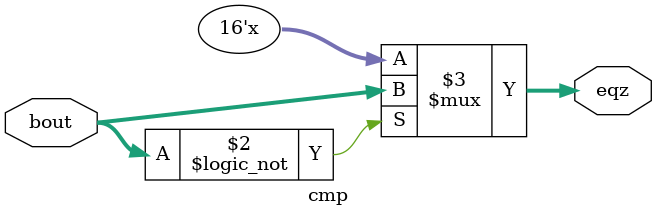
<source format=v>
module cmp(input[15:0] bout,
output reg [15:0]eqz);
always@(*)
if(bout==0) eqz <= bout;
endmodule 

</source>
